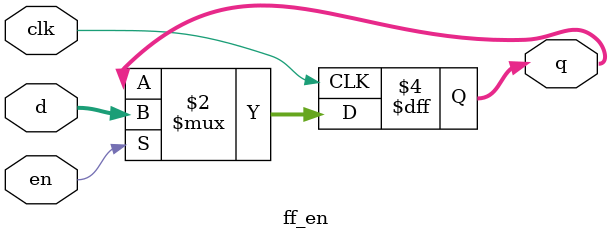
<source format=v>
`timescale 1ns / 1ps
module ff_en(clk, en, d, q);
    input clk;
    input  en;
    input [7:0] d;
    output reg [7:0] q;
always @(posedge clk)
begin
if(en)
q <=d;
end
endmodule
</source>
